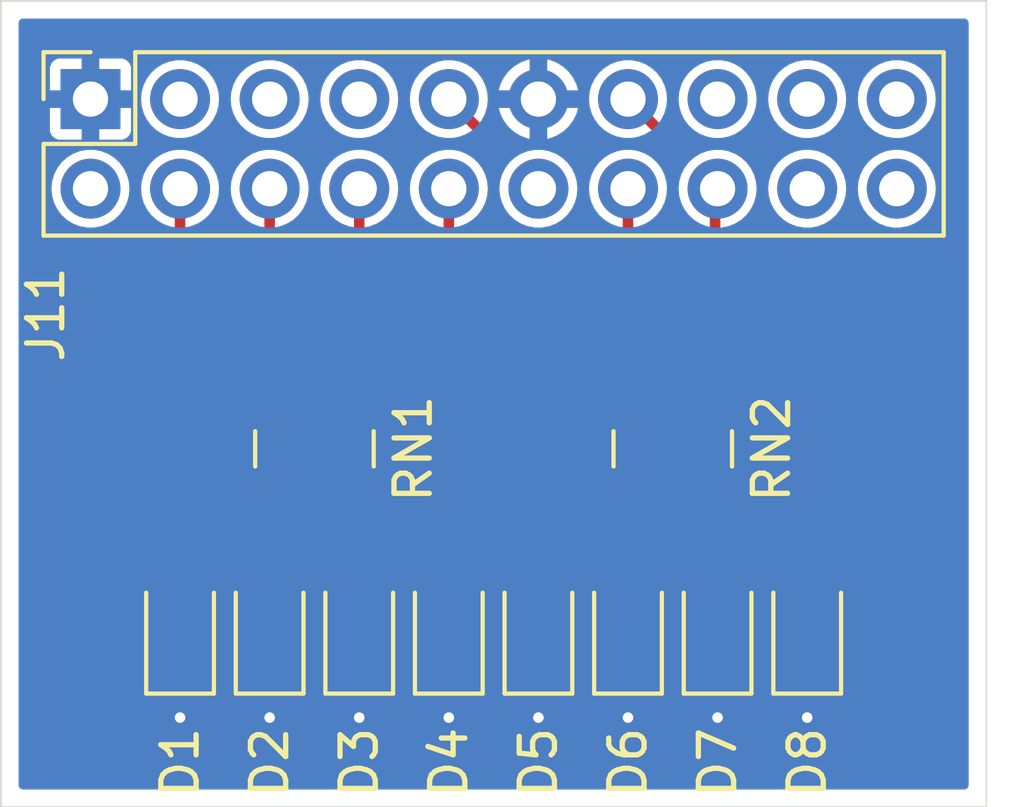
<source format=kicad_pcb>
(kicad_pcb (version 20240108) (generator "pcbnew") (generator_version "8.0")
  (layers (0 "F.Cu" signal) (31 "B.Cu" signal) (34 "B.Paste" user) (35 "F.Paste" user) (36 "B.SilkS" user "B.Silkscreen") (37 "F.SilkS" user "F.Silkscreen") (38 "B.Mask" user) (39 "F.Mask" user) (44 "Edge.Cuts" user))
  (net 0 "")
  (net 1 "GND")
  (net 2 "Net-(D1-A)")
  (net 3 "Net-(D2-A)")
  (net 4 "Net-(D3-A)")
  (net 5 "Net-(D4-A)")
  (net 6 "Net-(D5-A)")
  (net 7 "Net-(D6-A)")
  (net 8 "Net-(D7-A)")
  (net 9 "Net-(D8-A)")
  (net 10 "/J11.IO4")
  (net 11 "+5V")
  (net 12 "/J11.IO14")
  (net 13 "/J11.IO13")
  (net 14 "+3V3D")
  (net 15 "/UTIL")
  (net 16 "/J11.IO16")
  (net 17 "/SDA")
  (net 18 "/HPD")
  (net 19 "/J11.IO5")
  (net 20 "/J11.IO3")
  (net 21 "/SCL")
  (net 22 "/J11.IO6")
  (net 23 "/J11.IO10")
  (net 24 "/J11.IO7")
  (net 25 "/CEC")
  (net 26 "/J11.IO8")
  (net 27 "/J11.IO9")
  (footprint "Resistor_SMD:R_Array_Convex_4x0603" (layer "F.Cu") (at 8.89 -10.16 -90)
    (property "Reference" "RN1" (at 0 -2.8 90) (layer "F.SilkS"))
    (property "Value" "1k")
    (fp_line (start 0.5 1.68) (end -0.5 1.68) (stroke (width 0.12)) (layer "F.SilkS"))
    (fp_line (start 0.5 -1.68) (end -0.5 -1.68) (stroke (width 0.12)) (layer "F.SilkS"))
    (pad "1" smd rect (at -0.9 -1.2 270) (size 0.8 0.5) (layers "F.Cu" "F.Paste" "F.Mask") (net 23 "/J11.IO10"))
    (pad "2" smd rect (at -0.9 -0.4 270) (size 0.8 0.4) (layers "F.Cu" "F.Paste" "F.Mask") (net 26 "/J11.IO8"))
    (pad "3" smd rect (at -0.9 0.4 270) (size 0.8 0.4) (layers "F.Cu" "F.Paste" "F.Mask") (net 22 "/J11.IO6"))
    (pad "4" smd rect (at -0.9 1.2 270) (size 0.8 0.5) (layers "F.Cu" "F.Paste" "F.Mask") (net 10 "/J11.IO4"))
    (pad "5" smd rect (at 0.9 1.2 270) (size 0.8 0.5) (layers "F.Cu" "F.Paste" "F.Mask") (net 2 "Net-(D1-A)"))
    (pad "6" smd rect (at 0.9 0.4 270) (size 0.8 0.4) (layers "F.Cu" "F.Paste" "F.Mask") (net 3 "Net-(D2-A)"))
    (pad "7" smd rect (at 0.9 -0.4 270) (size 0.8 0.4) (layers "F.Cu" "F.Paste" "F.Mask") (net 4 "Net-(D3-A)"))
    (pad "8" smd rect (at 0.9 -1.2 270) (size 0.8 0.5) (layers "F.Cu" "F.Paste" "F.Mask") (net 5 "Net-(D4-A)"))
  )
  (footprint "LED_SMD:LED_0805_2012Metric_Pad1.15x1.40mm_HandSolder" (layer "F.Cu") (at 22.86 -5.08 90)
    (property "Reference" "D8" (at -3.81 0 90) (layer "F.SilkS"))
    (property "Value" "Red")
    (fp_line (start 1 -0.96) (end -1.86 -0.96) (stroke (width 0.12)) (layer "F.SilkS"))
    (fp_line (start -1.86 -0.96) (end -1.86 0.96) (stroke (width 0.12)) (layer "F.SilkS"))
    (fp_line (start -1.86 0.96) (end 1 0.96) (stroke (width 0.12)) (layer "F.SilkS"))
    (pad "1" smd roundrect (at -1.025 0 90) (size 1.15 1.4) (layers "F.Cu" "F.Paste" "F.Mask") (roundrect_rratio 0.217391) (net 1 "GND"))
    (pad "2" smd roundrect (at 1.025 0 90) (size 1.15 1.4) (layers "F.Cu" "F.Paste" "F.Mask") (roundrect_rratio 0.217391) (net 9 "Net-(D8-A)"))
  )
  (footprint "LED_SMD:LED_0805_2012Metric_Pad1.15x1.40mm_HandSolder" (layer "F.Cu") (at 10.16 -5.08 90)
    (property "Reference" "D3" (at -3.81 0 90) (layer "F.SilkS"))
    (property "Value" "Red")
    (fp_line (start 1 -0.96) (end -1.86 -0.96) (stroke (width 0.12)) (layer "F.SilkS"))
    (fp_line (start -1.86 -0.96) (end -1.86 0.96) (stroke (width 0.12)) (layer "F.SilkS"))
    (fp_line (start -1.86 0.96) (end 1 0.96) (stroke (width 0.12)) (layer "F.SilkS"))
    (pad "1" smd roundrect (at -1.025 0 90) (size 1.15 1.4) (layers "F.Cu" "F.Paste" "F.Mask") (roundrect_rratio 0.217391) (net 1 "GND"))
    (pad "2" smd roundrect (at 1.025 0 90) (size 1.15 1.4) (layers "F.Cu" "F.Paste" "F.Mask") (roundrect_rratio 0.217391) (net 4 "Net-(D3-A)"))
  )
  (footprint "LED_SMD:LED_0805_2012Metric_Pad1.15x1.40mm_HandSolder" (layer "F.Cu") (at 17.78 -5.08 90)
    (property "Reference" "D6" (at -3.81 0 90) (layer "F.SilkS"))
    (property "Value" "Red")
    (fp_line (start 1 -0.96) (end -1.86 -0.96) (stroke (width 0.12)) (layer "F.SilkS"))
    (fp_line (start -1.86 -0.96) (end -1.86 0.96) (stroke (width 0.12)) (layer "F.SilkS"))
    (fp_line (start -1.86 0.96) (end 1 0.96) (stroke (width 0.12)) (layer "F.SilkS"))
    (pad "1" smd roundrect (at -1.025 0 90) (size 1.15 1.4) (layers "F.Cu" "F.Paste" "F.Mask") (roundrect_rratio 0.217391) (net 1 "GND"))
    (pad "2" smd roundrect (at 1.025 0 90) (size 1.15 1.4) (layers "F.Cu" "F.Paste" "F.Mask") (roundrect_rratio 0.217391) (net 7 "Net-(D6-A)"))
  )
  (footprint "LED_SMD:LED_0805_2012Metric_Pad1.15x1.40mm_HandSolder" (layer "F.Cu") (at 7.62 -5.08 90)
    (property "Reference" "D2" (at -3.81 0 90) (layer "F.SilkS"))
    (property "Value" "Red")
    (fp_line (start 1 -0.96) (end -1.86 -0.96) (stroke (width 0.12)) (layer "F.SilkS"))
    (fp_line (start -1.86 -0.96) (end -1.86 0.96) (stroke (width 0.12)) (layer "F.SilkS"))
    (fp_line (start -1.86 0.96) (end 1 0.96) (stroke (width 0.12)) (layer "F.SilkS"))
    (pad "1" smd roundrect (at -1.025 0 90) (size 1.15 1.4) (layers "F.Cu" "F.Paste" "F.Mask") (roundrect_rratio 0.217391) (net 1 "GND"))
    (pad "2" smd roundrect (at 1.025 0 90) (size 1.15 1.4) (layers "F.Cu" "F.Paste" "F.Mask") (roundrect_rratio 0.217391) (net 3 "Net-(D2-A)"))
  )
  (footprint "LED_SMD:LED_0805_2012Metric_Pad1.15x1.40mm_HandSolder" (layer "F.Cu") (at 15.24 -5.08 90)
    (property "Reference" "D5" (at -3.81 0 90) (layer "F.SilkS"))
    (property "Value" "Red")
    (fp_line (start 1 -0.96) (end -1.86 -0.96) (stroke (width 0.12)) (layer "F.SilkS"))
    (fp_line (start -1.86 -0.96) (end -1.86 0.96) (stroke (width 0.12)) (layer "F.SilkS"))
    (fp_line (start -1.86 0.96) (end 1 0.96) (stroke (width 0.12)) (layer "F.SilkS"))
    (pad "1" smd roundrect (at -1.025 0 90) (size 1.15 1.4) (layers "F.Cu" "F.Paste" "F.Mask") (roundrect_rratio 0.217391) (net 1 "GND"))
    (pad "2" smd roundrect (at 1.025 0 90) (size 1.15 1.4) (layers "F.Cu" "F.Paste" "F.Mask") (roundrect_rratio 0.217391) (net 6 "Net-(D5-A)"))
  )
  (footprint "Connector_PinSocket_2.54mm:PinSocket_2x10_P2.54mm_Vertical" (layer "F.Cu") (at 2.54 -20.075 90)
    (property "Reference" "J11" (at -6.105 -1.27 270) (layer "F.SilkS"))
    (property "Value" "GPIO")
    (fp_line (start 1.33 -1.33) (end 1.33 0) (stroke (width 0.12)) (layer "F.SilkS"))
    (fp_line (start 0 -1.33) (end 1.33 -1.33) (stroke (width 0.12)) (layer "F.SilkS"))
    (fp_line (start -1.27 -1.33) (end -1.27 1.27) (stroke (width 0.12)) (layer "F.SilkS"))
    (fp_line (start -3.87 -1.33) (end -1.27 -1.33) (stroke (width 0.12)) (layer "F.SilkS"))
    (fp_line (start -3.87 -1.33) (end -3.87 24.19) (stroke (width 0.12)) (layer "F.SilkS"))
    (fp_line (start 1.33 1.27) (end 1.33 24.19) (stroke (width 0.12)) (layer "F.SilkS"))
    (fp_line (start -1.27 1.27) (end 1.33 1.27) (stroke (width 0.12)) (layer "F.SilkS"))
    (fp_line (start -3.87 24.19) (end 1.33 24.19) (stroke (width 0.12)) (layer "F.SilkS"))
    (pad "1" thru_hole rect (at 0 0 90) (size 1.7 1.7) (drill 1) (layers "*.Cu" "*.Mask") (net 1 "GND"))
    (pad "2" thru_hole oval (at -2.54 0 90) (size 1.7 1.7) (drill 1) (layers "*.Cu" "*.Mask") (net 11 "+5V"))
    (pad "3" thru_hole oval (at 0 2.54 90) (size 1.7 1.7) (drill 1) (layers "*.Cu" "*.Mask") (net 20 "/J11.IO3"))
    (pad "4" thru_hole oval (at -2.54 2.54 90) (size 1.7 1.7) (drill 1) (layers "*.Cu" "*.Mask") (net 10 "/J11.IO4"))
    (pad "5" thru_hole oval (at 0 5.08 90) (size 1.7 1.7) (drill 1) (layers "*.Cu" "*.Mask") (net 19 "/J11.IO5"))
    (pad "6" thru_hole oval (at -2.54 5.08 90) (size 1.7 1.7) (drill 1) (layers "*.Cu" "*.Mask") (net 22 "/J11.IO6"))
    (pad "7" thru_hole oval (at 0 7.62 90) (size 1.7 1.7) (drill 1) (layers "*.Cu" "*.Mask") (net 24 "/J11.IO7"))
    (pad "8" thru_hole oval (at -2.54 7.62 90) (size 1.7 1.7) (drill 1) (layers "*.Cu" "*.Mask") (net 26 "/J11.IO8"))
    (pad "9" thru_hole oval (at 0 10.16 90) (size 1.7 1.7) (drill 1) (layers "*.Cu" "*.Mask") (net 27 "/J11.IO9"))
    (pad "10" thru_hole oval (at -2.54 10.16 90) (size 1.7 1.7) (drill 1) (layers "*.Cu" "*.Mask") (net 23 "/J11.IO10"))
    (pad "11" thru_hole oval (at 0 12.7 90) (size 1.7 1.7) (drill 1) (layers "*.Cu" "*.Mask") (net 1 "GND"))
    (pad "12" thru_hole oval (at -2.54 12.7 90) (size 1.7 1.7) (drill 1) (layers "*.Cu" "*.Mask") (net 14 "+3V3D"))
    (pad "13" thru_hole oval (at 0 15.24 90) (size 1.7 1.7) (drill 1) (layers "*.Cu" "*.Mask") (net 13 "/J11.IO13"))
    (pad "14" thru_hole oval (at -2.54 15.24 90) (size 1.7 1.7) (drill 1) (layers "*.Cu" "*.Mask") (net 12 "/J11.IO14"))
    (pad "15" thru_hole oval (at 0 17.78 90) (size 1.7 1.7) (drill 1) (layers "*.Cu" "*.Mask") (net 21 "/SCL"))
    (pad "16" thru_hole oval (at -2.54 17.78 90) (size 1.7 1.7) (drill 1) (layers "*.Cu" "*.Mask") (net 16 "/J11.IO16"))
    (pad "17" thru_hole oval (at 0 20.32 90) (size 1.7 1.7) (drill 1) (layers "*.Cu" "*.Mask") (net 17 "/SDA"))
    (pad "18" thru_hole oval (at -2.54 20.32 90) (size 1.7 1.7) (drill 1) (layers "*.Cu" "*.Mask") (net 15 "/UTIL"))
    (pad "19" thru_hole oval (at 0 22.86 90) (size 1.7 1.7) (drill 1) (layers "*.Cu" "*.Mask") (net 18 "/HPD"))
    (pad "20" thru_hole oval (at -2.54 22.86 90) (size 1.7 1.7) (drill 1) (layers "*.Cu" "*.Mask") (net 25 "/CEC"))
  )
  (footprint "LED_SMD:LED_0805_2012Metric_Pad1.15x1.40mm_HandSolder" (layer "F.Cu") (at 5.08 -5.08 90)
    (property "Reference" "D1" (at -3.81 0 90) (layer "F.SilkS"))
    (property "Value" "Red")
    (fp_line (start 1 -0.96) (end -1.86 -0.96) (stroke (width 0.12)) (layer "F.SilkS"))
    (fp_line (start -1.86 -0.96) (end -1.86 0.96) (stroke (width 0.12)) (layer "F.SilkS"))
    (fp_line (start -1.86 0.96) (end 1 0.96) (stroke (width 0.12)) (layer "F.SilkS"))
    (pad "1" smd roundrect (at -1.025 0 90) (size 1.15 1.4) (layers "F.Cu" "F.Paste" "F.Mask") (roundrect_rratio 0.217391) (net 1 "GND"))
    (pad "2" smd roundrect (at 1.025 0 90) (size 1.15 1.4) (layers "F.Cu" "F.Paste" "F.Mask") (roundrect_rratio 0.217391) (net 2 "Net-(D1-A)"))
  )
  (footprint "LED_SMD:LED_0805_2012Metric_Pad1.15x1.40mm_HandSolder" (layer "F.Cu") (at 20.32 -5.08 90)
    (property "Reference" "D7" (at -3.81 0 90) (layer "F.SilkS"))
    (property "Value" "Red")
    (fp_line (start 1 -0.96) (end -1.86 -0.96) (stroke (width 0.12)) (layer "F.SilkS"))
    (fp_line (start -1.86 -0.96) (end -1.86 0.96) (stroke (width 0.12)) (layer "F.SilkS"))
    (fp_line (start -1.86 0.96) (end 1 0.96) (stroke (width 0.12)) (layer "F.SilkS"))
    (pad "1" smd roundrect (at -1.025 0 90) (size 1.15 1.4) (layers "F.Cu" "F.Paste" "F.Mask") (roundrect_rratio 0.217391) (net 1 "GND"))
    (pad "2" smd roundrect (at 1.025 0 90) (size 1.15 1.4) (layers "F.Cu" "F.Paste" "F.Mask") (roundrect_rratio 0.217391) (net 8 "Net-(D7-A)"))
  )
  (footprint "LED_SMD:LED_0805_2012Metric_Pad1.15x1.40mm_HandSolder" (layer "F.Cu") (at 12.7 -5.08 90)
    (property "Reference" "D4" (at -3.81 0 90) (layer "F.SilkS"))
    (property "Value" "Red")
    (fp_line (start 1 -0.96) (end -1.86 -0.96) (stroke (width 0.12)) (layer "F.SilkS"))
    (fp_line (start -1.86 -0.96) (end -1.86 0.96) (stroke (width 0.12)) (layer "F.SilkS"))
    (fp_line (start -1.86 0.96) (end 1 0.96) (stroke (width 0.12)) (layer "F.SilkS"))
    (pad "1" smd roundrect (at -1.025 0 90) (size 1.15 1.4) (layers "F.Cu" "F.Paste" "F.Mask") (roundrect_rratio 0.217391) (net 1 "GND"))
    (pad "2" smd roundrect (at 1.025 0 90) (size 1.15 1.4) (layers "F.Cu" "F.Paste" "F.Mask") (roundrect_rratio 0.217391) (net 5 "Net-(D4-A)"))
  )
  (footprint "Resistor_SMD:R_Array_Convex_4x0603" (layer "F.Cu") (at 19.05 -10.16 -90)
    (property "Reference" "RN2" (at 0 -2.8 90) (layer "F.SilkS"))
    (property "Value" "1k")
    (fp_line (start 0.5 1.68) (end -0.5 1.68) (stroke (width 0.12)) (layer "F.SilkS"))
    (fp_line (start 0.5 -1.68) (end -0.5 -1.68) (stroke (width 0.12)) (layer "F.SilkS"))
    (pad "1" smd rect (at -0.9 -1.2 270) (size 0.8 0.5) (layers "F.Cu" "F.Paste" "F.Mask") (net 16 "/J11.IO16"))
    (pad "2" smd rect (at -0.9 -0.4 270) (size 0.8 0.4) (layers "F.Cu" "F.Paste" "F.Mask") (net 13 "/J11.IO13"))
    (pad "3" smd rect (at -0.9 0.4 270) (size 0.8 0.4) (layers "F.Cu" "F.Paste" "F.Mask") (net 12 "/J11.IO14"))
    (pad "4" smd rect (at -0.9 1.2 270) (size 0.8 0.5) (layers "F.Cu" "F.Paste" "F.Mask") (net 27 "/J11.IO9"))
    (pad "5" smd rect (at 0.9 1.2 270) (size 0.8 0.5) (layers "F.Cu" "F.Paste" "F.Mask") (net 6 "Net-(D5-A)"))
    (pad "6" smd rect (at 0.9 0.4 270) (size 0.8 0.4) (layers "F.Cu" "F.Paste" "F.Mask") (net 7 "Net-(D6-A)"))
    (pad "7" smd rect (at 0.9 -0.4 270) (size 0.8 0.4) (layers "F.Cu" "F.Paste" "F.Mask") (net 8 "Net-(D7-A)"))
    (pad "8" smd rect (at 0.9 -1.2 270) (size 0.8 0.5) (layers "F.Cu" "F.Paste" "F.Mask") (net 9 "Net-(D8-A)"))
  )
  (gr_rect (start 0 -22.86) (end 27.94 0) (stroke (width 0.05)) (fill none) (layer "Edge.Cuts"))
  (segment (start 5.08 -4.055) (end 5.08 -2.54) (width 0.3) (layer "F.Cu") (net 1))
  (segment (start 17.78 -4.055) (end 17.78 -2.54) (width 0.3) (layer "F.Cu") (net 1))
  (segment (start 15.24 -4.055) (end 15.24 -2.54) (width 0.3) (layer "F.Cu") (net 1))
  (segment (start 7.62 -4.055) (end 7.62 -2.54) (width 0.3) (layer "F.Cu") (net 1))
  (segment (start 12.7 -4.055) (end 12.7 -2.54) (width 0.3) (layer "F.Cu") (net 1))
  (segment (start 10.16 -4.055) (end 10.16 -2.54) (width 0.3) (layer "F.Cu") (net 1))
  (segment (start 22.86 -4.055) (end 22.86 -2.54) (width 0.3) (layer "F.Cu") (net 1))
  (segment (start 20.32 -4.055) (end 20.32 -2.54) (width 0.3) (layer "F.Cu") (net 1))
  (via (at 5.08 -2.54) (size 0.6) (drill 0.3) (layers "F.Cu" "B.Cu") (net 1))
  (via (at 17.78 -2.54) (size 0.6) (drill 0.3) (layers "F.Cu" "B.Cu") (net 1))
  (via (at 10.16 -2.54) (size 0.6) (drill 0.3) (layers "F.Cu" "B.Cu") (net 1))
  (via (at 7.62 -2.54) (size 0.6) (drill 0.3) (layers "F.Cu" "B.Cu") (net 1))
  (via (at 12.7 -2.54) (size 0.6) (drill 0.3) (layers "F.Cu" "B.Cu") (net 1))
  (via (at 15.24 -2.54) (size 0.6) (drill 0.3) (layers "F.Cu" "B.Cu") (net 1))
  (via (at 22.86 -2.54) (size 0.6) (drill 0.3) (layers "F.Cu" "B.Cu") (net 1))
  (via (at 20.32 -2.54) (size 0.6) (drill 0.3) (layers "F.Cu" "B.Cu") (net 1))
  (segment (start 7.69 -9.26) (end 7.69 -8.715) (width 0.3) (layer "F.Cu") (net 2))
  (segment (start 7.69 -8.715) (end 5.08 -6.105) (width 0.3) (layer "F.Cu") (net 2))
  (segment (start 8.49 -8.02) (end 7.62 -7.15) (width 0.3) (layer "F.Cu") (net 3))
  (segment (start 8.49 -9.26) (end 8.49 -8.02) (width 0.3) (layer "F.Cu") (net 3))
  (segment (start 7.62 -7.15) (end 7.62 -6.105) (width 0.3) (layer "F.Cu") (net 3))
  (segment (start 10.16 -7.15) (end 10.16 -6.105) (width 0.3) (layer "F.Cu") (net 4))
  (segment (start 9.29 -8.02) (end 10.16 -7.15) (width 0.3) (layer "F.Cu") (net 4))
  (segment (start 9.29 -9.26) (end 9.29 -8.02) (width 0.3) (layer "F.Cu") (net 4))
  (segment (start 10.09 -9.26) (end 10.09 -8.715) (width 0.3) (layer "F.Cu") (net 5))
  (segment (start 10.09 -8.715) (end 12.7 -6.105) (width 0.3) (layer "F.Cu") (net 5))
  (segment (start 17.85 -9.26) (end 17.85 -8.715) (width 0.3) (layer "F.Cu") (net 6))
  (segment (start 17.85 -8.715) (end 15.24 -6.105) (width 0.3) (layer "F.Cu") (net 6))
  (segment (start 18.65 -9.26) (end 18.65 -8.02) (width 0.3) (layer "F.Cu") (net 7))
  (segment (start 18.65 -8.02) (end 17.78 -7.15) (width 0.3) (layer "F.Cu") (net 7))
  (segment (start 17.78 -7.15) (end 17.78 -6.105) (width 0.3) (layer "F.Cu") (net 7))
  (segment (start 20.32 -7.15) (end 20.32 -6.105) (width 0.3) (layer "F.Cu") (net 8))
  (segment (start 19.45 -9.26) (end 19.45 -8.02) (width 0.3) (layer "F.Cu") (net 8))
  (segment (start 19.45 -8.02) (end 20.32 -7.15) (width 0.3) (layer "F.Cu") (net 8))
  (segment (start 20.25 -8.715) (end 22.86 -6.105) (width 0.3) (layer "F.Cu") (net 9))
  (segment (start 20.25 -9.26) (end 20.25 -8.715) (width 0.3) (layer "F.Cu") (net 9))
  (segment (start 7.69 -11.06) (end 7.69 -12.63) (width 0.3) (layer "F.Cu") (net 10))
  (segment (start 5.08 -15.24) (end 5.08 -17.535) (width 0.3) (layer "F.Cu") (net 10))
  (segment (start 7.69 -12.63) (end 5.08 -15.24) (width 0.3) (layer "F.Cu") (net 10))
  (segment (start 18.65 -13.735) (end 17.78 -14.605) (width 0.3) (layer "F.Cu") (net 12))
  (segment (start 17.78 -14.605) (end 17.78 -17.535) (width 0.3) (layer "F.Cu") (net 12))
  (segment (start 18.65 -11.06) (end 18.65 -13.735) (width 0.3) (layer "F.Cu") (net 12))
  (segment (start 17.78 -20.075) (end 19.05 -18.805) (width 0.3) (layer "F.Cu") (net 13))
  (segment (start 19.05 -15.24) (end 19.45 -14.84) (width 0.3) (layer "F.Cu") (net 13))
  (segment (start 19.45 -14.84) (end 19.45 -11.06) (width 0.3) (layer "F.Cu") (net 13))
  (segment (start 19.05 -18.805) (end 19.05 -15.24) (width 0.3) (layer "F.Cu") (net 13))
  (segment (start 20.25 -17.465) (end 20.32 -17.535) (width 0.3) (layer "F.Cu") (net 16))
  (segment (start 20.25 -11.06) (end 20.25 -17.465) (width 0.3) (layer "F.Cu") (net 16))
  (segment (start 8.49 -13.735) (end 7.62 -14.605) (width 0.3) (layer "F.Cu") (net 22))
  (segment (start 8.49 -11.06) (end 8.49 -13.735) (width 0.3) (layer "F.Cu") (net 22))
  (segment (start 7.62 -14.605) (end 7.62 -17.535) (width 0.3) (layer "F.Cu") (net 22))
  (segment (start 10.09 -11.06) (end 10.09 -12.63) (width 0.3) (layer "F.Cu") (net 23))
  (segment (start 10.09 -12.63) (end 12.7 -15.24) (width 0.3) (layer "F.Cu") (net 23))
  (segment (start 12.7 -15.24) (end 12.7 -17.535) (width 0.3) (layer "F.Cu") (net 23))
  (segment (start 10.16 -14.605) (end 10.16 -17.535) (width 0.3) (layer "F.Cu") (net 26))
  (segment (start 9.29 -11.06) (end 9.29 -13.735) (width 0.3) (layer "F.Cu") (net 26))
  (segment (start 9.29 -13.735) (end 10.16 -14.605) (width 0.3) (layer "F.Cu") (net 26))
  (segment (start 13.97 -18.805) (end 12.7 -20.075) (width 0.3) (layer "F.Cu") (net 27))
  (segment (start 17.85 -11.06) (end 17.85 -12.63) (width 0.3) (layer "F.Cu") (net 27))
  (segment (start 17.85 -12.63) (end 13.97 -16.51) (width 0.3) (layer "F.Cu") (net 27))
  (segment (start 13.97 -16.51) (end 13.97 -18.805) (width 0.3) (layer "F.Cu") (net 27))
  (zone (net 1) (net_name "GND") (layer "B.Cu") (connect_pads thru_hole_only (clearance 0.25)) (min_thickness 0.25) (fill yes (thermal_gap 0.3) (thermal_bridge_width 0.5))
    (polygon (pts (xy 0 0) (xy 27.94 0) (xy 27.94 -22.86) (xy 0 -22.86)))
  )
)
</source>
